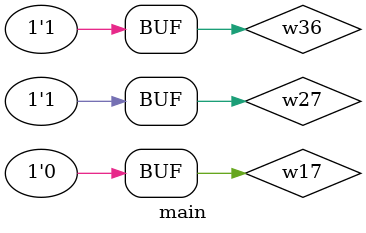
<source format=v>

module main;    //: root_module
supply1 w36;    //: /sn:0 {0}(174,80)(174,98)(181,98){1}
supply0 w17;    //: /sn:0 {0}(138,295)(153,295){1}
//: {2}(155,293)(155,217){3}
//: {4}(155,213)(155,137)(138,137){5}
//: {6}(153,215)(138,215){7}
//: {8}(155,297)(155,301){9}
supply1 w27;    //: /sn:0 {0}(467,58)(467,72)(483,72)(483,71){1}
//: {2}(485,69)(490,69){3}
//: {4}(481,69)(478,69){5}
wire w32;    //: /sn:0 /dp:1 {0}(484,28)(548,28)(548,95)(532,95)(532,85){1}
wire [7:0] w6;    //: /sn:0 {0}(503,299)(513,299)(513,371)(402,371){1}
//: {2}(400,369)(400,297)(335,297){3}
//: {4}(398,371)(301,371){5}
//: {6}(299,369)(299,356){7}
//: {8}(297,371)(-9,371)(-9,273){9}
//: {10}(-7,271)(99,271)(99,280){11}
//: {12}(-9,269)(-9,193){13}
//: {14}(-7,191)(99,191)(99,200){15}
//: {16}(-9,189)(-9,110)(99,110)(99,122){17}
wire [7:0] w7;    //: /sn:0 {0}(306,270)(306,295){1}
//: {2}(308,297)(319,297){3}
//: {4}(304,297)(278,297)(278,291){5}
wire w16;    //: /sn:0 {0}(121,90)(162,90)(162,125){1}
//: {2}(160,127)(138,127){3}
//: {4}(162,129)(162,203){5}
//: {6}(160,205)(138,205){7}
//: {8}(162,207)(162,285)(138,285){9}
wire [7:0] w14;    //: /sn:0 {0}(99,143)(99,177){1}
//: {2}(101,179)(115,179){3}
//: {4}(97,179)(69,179)(69,173){5}
wire [7:0] w15;    //: /sn:0 {0}(99,221)(99,255){1}
//: {2}(101,257)(115,257){3}
//: {4}(97,257)(69,257)(69,251){5}
wire w4;    //: /sn:0 /dp:1 {0}(498,253)(565,253)(565,235)(559,235){1}
wire [1:0] w19;    //: /sn:0 {0}(304,47)(21,47)(21,65){1}
wire w38;    //: /sn:0 {0}(27,94)(27,290)(38,290){1}
//: {2}(42,290)(62,290){3}
//: {4}(40,292)(40,297)(40,297)(40,299){5}
wire w3;    //: /sn:0 {0}(450,253)(427,253)(427,248){1}
wire [7:0] w0;    //: /sn:0 {0}(490,239)(490,179)(292,179){1}
//: {2}(288,179)(286,179){3}
//: {4}(284,177)(284,172)(314,172)(314,159){5}
//: {6}(282,179)(187,179){7}
//: {8}(183,179)(131,179){9}
//: {10}(185,181)(185,255){11}
//: {12}(183,257)(131,257){13}
//: {14}(185,259)(185,337)(131,337){15}
//: {16}(290,181)(290,241){17}
wire w34;    //: /sn:0 {0}(441,26)(448,26)(448,12){1}
wire w21;    //: /sn:0 {0}(3,94)(3,132)(38,132){1}
//: {2}(42,132)(62,132){3}
//: {4}(40,134)(40,141){5}
wire w31;    //: /sn:0 /dp:1 {0}(484,23)(559,23)(559,105)(520,105)(520,85){1}
wire w28;    //: /sn:0 /dp:1 {0}(123,252)(123,247)(141,247){1}
//: {2}(145,247)(199,247)(199,114){3}
//: {4}(143,245)(143,239){5}
wire [7:0] w20;    //: /sn:0 {0}(99,301)(99,335){1}
//: {2}(101,337)(115,337){3}
//: {4}(97,337)(69,337)(69,331){5}
wire w23;    //: /sn:0 {0}(39,94)(39,121)(341,121)(341,23)(420,23){1}
wire w1;    //: /sn:0 /dp:1 {0}(327,292)(327,281)(341,281){1}
//: {2}(345,281)(356,281)(356,277){3}
//: {4}(343,279)(343,227)(508,227)(508,85){5}
wire [1:0] w18;    //: /sn:0 {0}(304,77)(205,77)(205,85){1}
wire w8;    //: /sn:0 /dp:1 {0}(123,174)(123,169)(138,169){1}
//: {2}(142,169)(187,169)(187,114){3}
//: {4}(140,167)(140,163){5}
wire w35;    //: /sn:0 {0}(15,94)(15,210)(39,210){1}
//: {2}(43,210)(62,210){3}
//: {4}(41,212)(41,220){5}
wire w30;    //: /sn:0 {0}(451,-9)(451,-15)(465,-15)(465,5)(473,5)(473,-4){1}
wire w22;    //: /sn:0 /dp:1 {0}(223,114)(223,128)(348,128)(348,28)(420,28){1}
wire [1:0] w11;    //: /sn:0 {0}(313,36)(514,36)(514,56){1}
wire [7:0] w2;    //: /sn:0 {0}(418,134)(418,155){1}
//: {2}(416,157)(388,157)(388,152){3}
//: {4}(418,159)(418,212){5}
//: {6}(420,214)(458,214)(458,239){7}
//: {8}(416,214)(322,214)(322,241){9}
wire w10;    //: /sn:0 {0}(-31,69)(-20,69)(-20,78)(-3,78){1}
wire w33;    //: /sn:0 {0}(463,26)(453,26)(453,12){1}
wire [7:0] w5;    //: /sn:0 /dp:1 {0}(444,289)(444,299)(472,299){1}
//: {2}(476,299)(487,299){3}
//: {4}(474,297)(474,268){5}
wire w29;    //: /sn:0 /dp:1 {0}(123,332)(123,326)(139,326){1}
//: {2}(143,326)(211,326)(211,114){3}
//: {4}(141,324)(141,319){5}
wire w9;    //: /sn:0 /dp:1 {0}(495,294)(495,277)(511,277){1}
//: {2}(515,277)(524,277)(524,273){3}
//: {4}(513,275)(513,110)(496,110)(496,85){5}
wire [7:0] w26;    //: /sn:0 {0}(309,6)(309,24){1}
//: {2}(307,26)(294,26)(294,37)(279,37)(279,24){3}
//: {4}(309,28)(309,35){5}
//: {6}(309,36)(309,46){7}
//: {8}(309,47)(309,76){9}
//: {10}(309,77)(309,99){11}
//: enddecls

  led g8 (.I(w8));   //: @(140,156) /sn:0 /w:[ 5 ] /type:0
  led g61 (.I(w2));   //: @(388,145) /sn:0 /w:[ 3 ] /type:1
  //: switch g4 (w4) @(542,235) /sn:0 /w:[ 1 ] /st:0
  //: comment g58 /dolink:0 /link:"" @(518,322) /sn:0
  //: /line:"Arithmetic"
  //: /end
  //: comment g55 /dolink:0 /link:"" @(179,129) /sn:0
  //: /line:"Register"
  //: /line:"Output"
  //: /end
  //: joint g51 (w17) @(155, 215) /w:[ -1 4 6 3 ]
  //: comment g37 /dolink:0 /link:"" @(374,92) /sn:0
  //: /line:"Constant Load"
  //: /end
  led g34 (.I(w0));   //: @(314,152) /sn:0 /w:[ 5 ] /type:1
  //: comment g3 /dolink:0 /link:"" @(517,206) /sn:0
  //: /line:"Carry-In"
  //: /end
  //: joint g13 (w5) @(474, 299) /w:[ 2 4 1 -1 ]
  //: comment g86 /dolink:0 /link:"" @(-71,84) /sn:0
  //: /line:"Write!"
  //: /end
  led g89 (.I(w21));   //: @(40,148) /sn:0 /R:2 /w:[ 5 ] /type:0
  //: comment g77 /dolink:0 /link:"" @(489,-21) /sn:0 /R:1
  //: /line:"Error LED"
  //: /end
  or g76 (.I0(w31), .I1(w32), .Z(w33));   //: @(473,26) /sn:0 /R:2 /w:[ 0 0 0 ]
  //: comment g65 /dolink:0 /link:"" @(265,-35) /sn:0
  //: /line:"Instruction"
  //: /end
  //: dip g2 (w2) @(418,124) /sn:0 /w:[ 0 ] /st:3
  //: comment g59 /dolink:0 /link:"" @(463,241) /sn:0
  //: /line:"Add"
  //: /end
  //: joint g72 (w9) @(513, 277) /w:[ 2 4 1 -1 ]
  led g1 (.I(w5));   //: @(444,282) /sn:0 /w:[ 0 ] /type:1
  led g64 (.I(w26));   //: @(279,17) /sn:0 /w:[ 3 ] /type:1
  led g16 (.I(w1));   //: @(356,270) /sn:0 /w:[ 3 ] /type:0
  //: joint g11 (w7) @(306, 297) /w:[ 2 1 4 -1 ]
  demux g78 (.I(w18), .E(w36), .Z0(w8), .Z1(w28), .Z2(w29), .Z3(w22));   //: @(205,98) /sn:0 /w:[ 1 1 3 3 3 0 ]
  //: comment g50 /dolink:0 /link:"" @(81,49) /sn:0
  //: /line:"Register"
  //: /line:"/Clear"
  //: /end
  bufif1 g28 (.Z(w0), .I(w15), .E(w28));   //: @(121,257) /sn:0 /w:[ 13 3 0 ]
  bufif1 g10 (.Z(w6), .I(w7), .E(w1));   //: @(325,297) /sn:0 /w:[ 3 3 0 ]
  led g87 (.I(w38));   //: @(40,306) /sn:0 /R:2 /w:[ 5 ] /type:0
  //: joint g32 (w0) @(185, 179) /w:[ 7 -1 8 10 ]
  register g27 (.Q(w15), .D(w6), .EN(w17), .CLR(w16), .CK(w35));   //: @(99,210) /sn:0 /w:[ 0 15 7 7 3 ]
  register g19 (.Q(w14), .D(w6), .EN(w17), .CLR(w16), .CK(w21));   //: @(99,132) /sn:0 /w:[ 0 17 5 3 3 ]
  //: supply1 g69 (w27) @(478,58) /sn:0 /w:[ 0 ]
  bufif1 g38 (.Z(w0), .I(w20), .E(w29));   //: @(121,337) /sn:0 /w:[ 15 3 0 ]
  mult g6 (.A(w0), .B(w2), .P(w7));   //: @(306,257) /sn:0 /w:[ 17 9 0 ]
  or g75 (.I0(w34), .I1(w33), .Z(w30));   //: @(451,1) /sn:0 /R:1 /w:[ 1 1 0 ]
  //: frame g57 @(253,197) /sn:0 /wi:334 /ht:122 /tx:""
  //: switch g53 (w16) @(104,90) /sn:0 /w:[ 0 ] /st:1
  led g9 (.I(w7));   //: @(278,284) /sn:0 /w:[ 5 ] /type:1
  //: joint g7 (w2) @(418, 214) /w:[ 6 5 8 -1 ]
  led g71 (.I(w9));   //: @(524,266) /sn:0 /w:[ 3 ] /type:0
  bufif1 g20 (.Z(w0), .I(w14), .E(w8));   //: @(121,179) /sn:0 /w:[ 9 3 0 ]
  //: joint g15 (w6) @(400, 371) /w:[ 1 2 4 -1 ]
  led g31 (.I(w35));   //: @(41,227) /sn:0 /R:2 /w:[ 5 ] /type:0
  tran g68(.Z(w11), .I(w26[1:0]));   //: @(307,36) /sn:0 /R:2 /w:[ 0 6 5 ] /ss:1
  //: joint g67 (w26) @(309, 26) /w:[ -1 1 2 4 ]
  register g39 (.Q(w20), .D(w6), .EN(w17), .CLR(w16), .CK(w38));   //: @(99,290) /sn:0 /w:[ 0 11 0 9 3 ]
  //: supply0 g48 (w17) @(155,307) /sn:0 /w:[ 9 ]
  led g43 (.I(w20));   //: @(69,324) /sn:0 /w:[ 5 ] /type:1
  led g73 (.I(w30));   //: @(473,-11) /sn:0 /w:[ 1 ] /type:0
  //: joint g17 (w1) @(343, 281) /w:[ 2 4 1 -1 ]
  //: joint g62 (w2) @(418, 157) /w:[ -1 1 2 4 ]
  //: joint g29 (w15) @(99, 257) /w:[ 2 1 4 -1 ]
  //: joint g25 (w0) @(290, 179) /w:[ 1 -1 2 16 ]
  //: joint g88 (w38) @(40, 290) /w:[ 2 -1 1 4 ]
  led g42 (.I(w28));   //: @(143,232) /sn:0 /w:[ 5 ] /type:0
  demux g63 (.I(w11), .E(w27), .Z0(w9), .Z1(w1), .Z2(w31), .Z3(w32));   //: @(514,69) /sn:0 /w:[ 1 3 5 5 1 1 ]
  //: joint g52 (w17) @(155, 295) /w:[ -1 2 1 8 ]
  led g83 (.I(w29));   //: @(141,312) /sn:0 /w:[ 5 ] /type:0
  or g74 (.I0(w23), .I1(w22), .Z(w34));   //: @(431,26) /sn:0 /w:[ 1 1 0 ]
  //: frame g56 @(-28,43) /sn:0 /wi:269 /ht:306 /tx:""
  led g14 (.I(w6));   //: @(299,349) /sn:0 /w:[ 7 ] /type:1
  led g5 (.I(w3));   //: @(427,241) /sn:0 /w:[ 1 ] /type:0
  tran g80(.Z(w18), .I(w26[5:4]));   //: @(307,77) /sn:0 /R:2 /w:[ 0 10 9 ] /ss:0
  //: supply1 g79 (w36) @(185,80) /sn:0 /w:[ 0 ]
  //: joint g47 (w16) @(162, 127) /w:[ -1 1 2 4 ]
  //: joint g44 (w0) @(185, 257) /w:[ -1 11 12 14 ]
  //: switch g94 (w10) @(-48,69) /sn:0 /w:[ 0 ] /st:0
  //: comment g85 /dolink:0 /link:"" @(492,114) /sn:0
  //: /line:"Arithmetic"
  //: /line:"Operation"
  //: /end
  //: joint g84 (w29) @(141, 326) /w:[ 2 4 1 -1 ]
  //: comment g36 /dolink:0 /link:"" @(293,179) /sn:0
  //: /line:"Arithmetic Input"
  //: /end
  //: joint g24 (w14) @(99, 179) /w:[ 2 1 4 -1 ]
  //: comment g21 /dolink:0 /link:"" @(292,373) /sn:0
  //: /line:"Arithmetic Output"
  //: /end
  //: comment g92 /dolink:0 /link:"" @(84,203) /sn:0
  //: /line:"reg1"
  //: /end
  //: joint g41 (w20) @(99, 337) /w:[ 2 1 4 -1 ]
  led g23 (.I(w14));   //: @(69,166) /sn:0 /w:[ 5 ] /type:1
  //: comment g60 /dolink:0 /link:"" @(297,242) /sn:0
  //: /line:"Mul"
  //: /end
  //: comment g54 /dolink:0 /link:"" @(-8,96) /sn:0
  //: /line:"Register"
  //: /line:"Input"
  //: /end
  demux g81 (.I(w19), .E(w10), .Z0(w21), .Z1(w35), .Z2(w38), .Z3(w23));   //: @(21,78) /sn:0 /w:[ 1 1 0 0 0 0 ]
  //: joint g40 (w35) @(41, 210) /w:[ 2 -1 1 4 ]
  //: comment g93 /dolink:0 /link:"" @(83,283) /sn:0
  //: /line:"reg2"
  //: /end
  //: joint g26 (w8) @(140, 169) /w:[ 2 4 1 -1 ]
  //: joint g70 (w27) @(483, 69) /w:[ 2 -1 4 1 ]
  //: comment g46 /dolink:0 /link:"" @(-27,25) /sn:0
  //: /line:"Registers"
  //: /end
  //: joint g45 (w6) @(-9, 271) /w:[ 10 12 -1 9 ]
  //: joint g35 (w0) @(284, 179) /w:[ 3 4 6 -1 ]
  add g0 (.A(w2), .B(w0), .S(w5), .CI(w4), .CO(w3));   //: @(474,255) /sn:0 /w:[ 7 0 5 0 0 ]
  tran g22(.Z(w19), .I(w26[7:6]));   //: @(307,47) /sn:0 /R:2 /w:[ 0 8 7 ] /ss:0
  //: joint g90 (w21) @(40, 132) /w:[ 2 -1 1 4 ]
  //: joint g82 (w28) @(143, 247) /w:[ 2 4 1 -1 ]
  //: dip g66 (w26) @(309,-4) /sn:0 /w:[ 0 ] /st:16
  //: joint g18 (w6) @(299, 371) /w:[ 5 6 8 -1 ]
  bufif1 g12 (.Z(w6), .I(w5), .E(w9));   //: @(493,299) /sn:0 /w:[ 0 3 0 ]
  //: joint g33 (w6) @(-9, 191) /w:[ 14 16 -1 13 ]
  led g30 (.I(w15));   //: @(69,244) /sn:0 /w:[ 5 ] /type:1
  //: comment g91 /dolink:0 /link:"" @(84,125) /sn:0
  //: /line:"reg0"
  //: /end
  //: joint g49 (w16) @(162, 205) /w:[ -1 5 6 8 ]

endmodule

</source>
